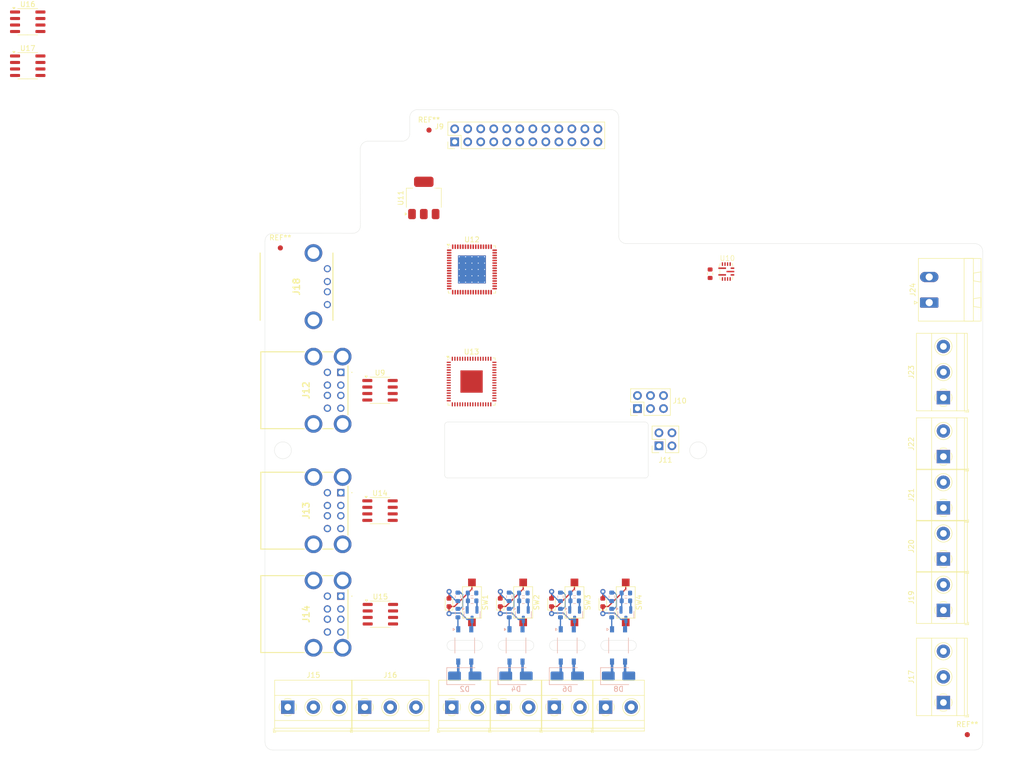
<source format=kicad_pcb>
(kicad_pcb (version 20240108) (generator "pcbnew") (generator_version "8.0")
  (layers (0 "F.Cu" signal) (1 "In1.Cu" signal) (2 "In2.Cu" signal) (31 "B.Cu" signal) (34 "B.Paste" user) (35 "F.Paste" user) (36 "B.SilkS" user "B.Silkscreen") (37 "F.SilkS" user "F.Silkscreen") (38 "B.Mask" user) (39 "F.Mask" user) (44 "Edge.Cuts" user))
  (net 0 "")
  (net 1 "/D1")
  (net 2 "/D5")
  (net 3 "/D4")
  (net 4 "/D21")
  (net 5 "Net-(D1-K)")
  (net 6 "/D22")
  (net 7 "/D20")
  (net 8 "Net-(D1-A)")
  (net 9 "/D11")
  (net 10 "/D7")
  (net 11 "/D6")
  (net 12 "/D23")
  (net 13 "/D8")
  (net 14 "/D10")
  (net 15 "/D2")
  (net 16 "/D9")
  (net 17 "/D3")
  (net 18 "/D13")
  (net 19 "/D18")
  (net 20 "/D19")
  (net 21 "/D12")
  (net 22 "/D0")
  (net 23 "Net-(D3-K)")
  (net 24 "Net-(D3-A)")
  (net 25 "Net-(D6-A1)")
  (net 26 "Net-(D6-A2)")
  (net 27 "Net-(D8-A1)")
  (net 28 "Net-(D8-A2)")
  (net 29 "Net-(D9-A)")
  (net 30 "GND")
  (net 31 "+5V")
  (net 32 "/SCK")
  (net 33 "/MISO")
  (net 34 "/MOSI")
  (net 35 "/RESET")
  (net 36 "Net-(Q1-B)")
  (net 37 "Net-(Q2-B)")
  (net 38 "Net-(Q3-B)")
  (net 39 "Net-(Q4-B)")
  (net 40 "Net-(R1-Pad1)")
  (net 41 "/OUT1")
  (net 42 "Net-(R5-Pad1)")
  (net 43 "/OUT2")
  (net 44 "/OUT3")
  (net 45 "/OUT4")
  (net 46 "Net-(D2-A2)")
  (net 47 "Net-(D2-A1)")
  (net 48 "Net-(D4-A1)")
  (net 49 "Net-(D4-A2)")
  (net 50 "Net-(D5-A)")
  (net 51 "Net-(D5-K)")
  (net 52 "Net-(D7-K)")
  (net 53 "Net-(D7-A)")
  (net 54 "Net-(R9-Pad1)")
  (net 55 "Net-(R13-Pad1)")
  (net 56 "/VBUS1")
  (net 57 "/D1-")
  (net 58 "/D2+")
  (net 59 "/D2-")
  (net 60 "/VBUS2")
  (net 61 "/D1+")
  (net 74 "Net-(U10-FB)")
  (net 75 "Net-(U10-SW)")
  (net 76 "Net-(U10-ILIM)")
  (net 290 "Net-(U10-EN)")
  (net 291 "Net-(U10-BST)")
  (net 292 "+24V")
  (net 293 "Net-(U10-VSEL2)")
  (net 294 "Net-(U10-PG)")
  (net 295 "Net-(U10-MODE)")
  (net 296 "Net-(U10-VSEL1)")
  (footprint "TerminalBlock_Phoenix:TerminalBlock_Phoenix_MKDS-1,5-2_1x02_P5.00mm_Horizontal" (layer "F.Cu") (at 96.45 136.64)
    (property "Reference" "J2" (hide yes))
    (property "Value" "Screw_Terminal_01x02")
  )
  (footprint "Package_SO:SOIC-8_3.9x4.9mm_P1.27mm" (layer "F.Cu") (at 72.44 74.78)
    (property "Reference" "U9")
    (property "Value" "MP2491C")
  )
  (footprint "Button_Switch_SMD:SW_SPST_CK_RS282G05A3" (layer "F.Cu") (at 100.37 116.189999 -90)
    (property "Reference" "SW2")
    (property "Value" "SW_SPST")
  )
  (footprint "Fiducial:Fiducial_1mm_Mask2mm" (layer "F.Cu") (at 187 142)
    (property "Reference" "REF**")
    (property "Value" "Fiducial_1mm_Mask2mm")
  )
  (footprint "LED_SMD:LED_0603_1608Metric" (layer "F.Cu") (at 105.9 116.2 90)
    (property "Reference" "D5" (hide yes))
    (property "Value" "LED")
  )
  (footprint "Button_Switch_SMD:SW_SPST_CK_RS282G05A3" (layer "F.Cu") (at 90.37 116.189999 -90)
    (property "Reference" "SW1")
    (property "Value" "SW_SPST")
  )
  (footprint "TerminalBlock_Phoenix:TerminalBlock_Phoenix_MKDS-1,5-3_1x03_P5.00mm_Horizontal" (layer "F.Cu") (at 54.45 136.64)
    (property "Reference" "J15")
    (property "Value" "Screw_Terminal_01x03")
  )
  (footprint "TerminalBlock_Phoenix:TerminalBlock_Phoenix_MKDS-1,5-2_1x02_P5.00mm_Horizontal" (layer "F.Cu") (at 182.34 117.73 90)
    (property "Reference" "J19")
    (property "Value" "Screw_Terminal_01x02")
  )
  (footprint "Button_Switch_SMD:SW_SPST_CK_RS282G05A3" (layer "F.Cu") (at 110.37 116.189999 -90)
    (property "Reference" "SW3")
    (property "Value" "SW_SPST")
  )
  (footprint "TerminalBlock_Phoenix:TerminalBlock_Phoenix_MKDS-1,5-2_1x02_P5.00mm_Horizontal" (layer "F.Cu") (at 116.45 136.64)
    (property "Reference" "J4" (hide yes))
    (property "Value" "Screw_Terminal_01x02")
  )
  (footprint "Package_SO:SOIC-8_3.9x4.9mm_P1.27mm" (layer "F.Cu") (at 72.51 118.49)
    (property "Reference" "U15")
    (property "Value" "MIC2026-1xM")
  )
  (footprint "SamacSys_Parts:USB1035GFP0BB" (layer "F.Cu") (at 64.8 114.97 -90)
    (property "Reference" "J14")
    (property "Value" "USB1035-GF-P-0-B-B" (hide yes))
  )
  (footprint "Package_SO:SOIC-8_3.9x4.9mm_P1.27mm" (layer "F.Cu") (at 3.725 2.855)
    (property "Reference" "U16")
    (property "Value" "M24C02-FMN")
  )
  (footprint "Resistor_SMD:R_0603_1608Metric" (layer "F.Cu") (at 136.83 52.035 90)
    (property "Reference" "R18" (hide yes))
    (property "Value" "4k7")
  )
  (footprint "Connector_PinHeader_2.54mm:PinHeader_2x12_P2.54mm_Vertical" (layer "F.Cu") (at 87.005 26.297 90)
    (property "Reference" "J9")
    (property "Value" "GPIO_header")
  )
  (footprint "LED_SMD:LED_0603_1608Metric" (layer "F.Cu") (at 95.9 116.2 90)
    (property "Reference" "D3" (hide yes))
    (property "Value" "LED")
  )
  (footprint "SamacSys_Parts:A-USBSA" (layer "F.Cu") (at 56.16 54.56 -90)
    (property "Reference" "J18")
    (property "Value" "A-USBSA" (hide yes))
  )
  (footprint "HK:QFN-13_HK" (layer "F.Cu") (at 139.99 51.61)
    (property "Reference" "U10")
    (property "Value" "MP2491C")
  )
  (footprint "SamacSys_Parts:USB1035GFP0BB" (layer "F.Cu") (at 64.8 94.78 -90)
    (property "Reference" "J13")
    (property "Value" "USB1035-GF-P-0-B-B" (hide yes))
  )
  (footprint "TerminalBlock_Phoenix:TerminalBlock_Phoenix_MKDS-1,5-2_1x02_P5.00mm_Horizontal" (layer "F.Cu") (at 182.34 97.73 90)
    (property "Reference" "J21")
    (property "Value" "Screw_Terminal_01x02")
  )
  (footprint "TerminalBlock_Phoenix:TerminalBlock_Phoenix_MKDS-1,5-3_1x03_P5.00mm_Horizontal" (layer "F.Cu") (at 69.45 136.64)
    (property "Reference" "J16")
    (property "Value" "Screw_Terminal_01x03")
  )
  (footprint "Package_DFN_QFN:QFN-64-1EP_9x9mm_P0.5mm_EP5.45x5.45mm_ThermalVias" (layer "F.Cu") (at 90.37 51.2025)
    (property "Reference" "U12")
    (property "Value" "USB2517I-JZX")
  )
  (footprint "Fiducial:Fiducial_1mm_Mask2mm" (layer "F.Cu") (at 53 47)
    (property "Reference" "REF**")
    (property "Value" "Fiducial_1mm_Mask2mm")
  )
  (footprint "Package_SO:SOIC-8_3.9x4.9mm_P1.27mm" (layer "F.Cu") (at 72.44 98.28)
    (property "Reference" "U14")
    (property "Value" "MIC2026-1xM")
  )
  (footprint "SamacSys_Parts:USB1035GFP0BB" (layer "F.Cu") (at 64.8 71.28 -90)
    (property "Reference" "J12")
    (property "Value" "USB1035-GF-P-0-B-B" (hide yes))
  )
  (footprint "TerminalBlock_Phoenix:TerminalBlock_Phoenix_MKDS-1,5-2_1x02_P5.00mm_Horizontal" (layer "F.Cu") (at 182.34 87.729999 90)
    (property "Reference" "J22")
    (property "Value" "Screw_Terminal_01x02")
  )
  (footprint "Connector_PinSocket_2.54mm:PinSocket_2x02_P2.54mm_Vertical" (layer "F.Cu") (at 126.849996 85.629995 180)
    (property "Reference" "J11")
    (property "Value" "Power_socket")
  )
  (footprint "TerminalBlock_Phoenix:TerminalBlock_Phoenix_MKDS-1,5-3_1x03_P5.00mm_Horizontal" (layer "F.Cu") (at 182.34 135.73 90)
    (property "Reference" "J17")
    (property "Value" "Wiegand")
  )
  (footprint "Connector_Phoenix_MSTB:PhoenixContact_MSTBA_2,5_2-G_1x02_P5.00mm_Horizontal" (layer "F.Cu") (at 179.5725 57.67 90)
    (property "Reference" "J24")
    (property "Value" "Conn_01x02")
  )
  (footprint "Button_Switch_SMD:SW_SPST_CK_RS282G05A3" (layer "F.Cu") (at 120.37 116.189999 -90)
    (property "Reference" "SW4")
    (property "Value" "SW_SPST")
  )
  (footprint "LED_SMD:LED_0603_1608Metric" (layer "F.Cu") (at 85.9 116.2 90)
    (property "Reference" "D1" (hide yes))
    (property "Value" "LED")
  )
  (footprint "TerminalBlock_Phoenix:TerminalBlock_Phoenix_MKDS-1,5-2_1x02_P5.00mm_Horizontal" (layer "F.Cu") (at 86.45 136.64)
    (property "Reference" "J1" (hide yes))
    (property "Value" "Screw_Terminal_01x02")
  )
  (footprint "TerminalBlock_Phoenix:TerminalBlock_Phoenix_MKDS-1,5-2_1x02_P5.00mm_Horizontal" (layer "F.Cu") (at 182.34 107.73 90)
    (property "Reference" "J20")
    (property "Value" "Screw_Terminal_01x02")
  )
  (footprint "LED_SMD:LED_0603_1608Metric" (layer "F.Cu") (at 115.9 116.2 90)
    (property "Reference" "D7" (hide yes))
    (property "Value" "LED")
  )
  (footprint "Package_DFN_QFN:QFN-64-1EP_9x9mm_P0.5mm_EP4.35x4.35mm" (layer "F.Cu") (at 90.3 73.08)
    (property "Reference" "U13")
    (property "Value" "FT2232HQ")
  )
  (footprint "Connector_PinHeader_2.54mm:PinHeader_2x03_P2.54mm_Vertical" (layer "F.Cu") (at 122.661 78.356 90)
    (property "Reference" "J10")
    (property "Value" "SPI_header")
  )
  (footprint "Package_TO_SOT_SMD:SOT-223-3_TabPin2" (layer "F.Cu") (at 80.98 37.24 90)
    (property "Reference" "U11")
    (property "Value" "AMS1117-3.3")
  )
  (footprint "Package_SO:SOIC-8_3.9x4.9mm_P1.27mm" (layer "F.Cu") (at 3.725 11.435)
    (property "Reference" "U17")
    (property "Value" "MIC2026-1xM")
  )
  (footprint "Fiducial:Fiducial_1mm_Mask2mm" (layer "F.Cu") (at 82 24)
    (property "Reference" "REF**")
    (property "Value" "Fiducial_1mm_Mask2mm")
  )
  (footprint "TerminalBlock_Phoenix:TerminalBlock_Phoenix_MKDS-1,5-3_1x03_P5.00mm_Horizontal" (layer "F.Cu") (at 182.34 76.23 90)
    (property "Reference" "J23")
    (property "Value" "GND")
  )
  (footprint "TerminalBlock_Phoenix:TerminalBlock_Phoenix_MKDS-1,5-2_1x02_P5.00mm_Horizontal" (layer "F.Cu") (at 106.45 136.64)
    (property "Reference" "J3" (hide yes))
    (property "Value" "Screw_Terminal_01x02")
  )
  (footprint "Resistor_SMD:R_0603_1608Metric" (layer "B.Cu") (at 100.395 114.355001 180)
    (property "Reference" "R7" (hide yes))
    (property "Value" "4k7")
  )
  (footprint "Package_SO:MFSOP6-4_4.4x3.6mm_P1.27mm" (layer "B.Cu") (at 88.97 124.59 -90)
    (property "Reference" "U1" (hide yes))
    (property "Value" "TLP175A")
  )
  (footprint "Resistor_SMD:R_0603_1608Metric" (layer "B.Cu") (at 90.409999 115.885)
    (property "Reference" "R4" (hide yes))
    (property "Value" "10k")
  )
  (footprint "Resistor_SMD:R_0603_1608Metric" (layer "B.Cu") (at 120.395 114.355001 180)
    (property "Reference" "R15" (hide yes))
    (property "Value" "4k7")
  )
  (footprint "Diode_SMD:D_SMA" (layer "B.Cu") (at 98.97 130.58)
    (property "Reference" "D4")
    (property "Value" "SMF48CA")
  )
  (footprint "Diode_SMD:D_SMA" (layer "B.Cu") (at 118.97 130.58)
    (property "Reference" "D8")
    (property "Value" "SMF48CA")
  )
  (footprint "Package_TO_SOT_SMD:SOT-23" (layer "B.Cu") (at 100.4 118.5875 -90)
    (property "Reference" "Q2" (hide yes))
    (property "Value" "BC817")
  )
  (footprint "Resistor_SMD:R_0603_1608Metric" (layer "B.Cu") (at 107.64 118.275001 90)
    (property "Reference" "R9" (hide yes))
    (property "Value" "1k")
  )
  (footprint "Package_TO_SOT_SMD:SOT-23" (layer "B.Cu") (at 110.4 118.5875 -90)
    (property "Reference" "Q3" (hide yes))
    (property "Value" "BC817")
  )
  (footprint "Package_TO_SOT_SMD:SOT-23" (layer "B.Cu") (at 120.4 118.5875 -90)
    (property "Reference" "Q4" (hide yes))
    (property "Value" "BC817")
  )
  (footprint "Resistor_SMD:R_0603_1608Metric" (layer "B.Cu") (at 100.409999 115.885)
    (property "Reference" "R8" (hide yes))
    (property "Value" "10k")
  )
  (footprint "Resistor_SMD:R_0603_1608Metric" (layer "B.Cu") (at 87.64 115.100001 90)
    (property "Reference" "R2" (hide yes))
    (property "Value" "4k7")
  )
  (footprint "Resistor_SMD:R_0603_1608Metric" (layer "B.Cu") (at 107.64 115.100001 90)
    (property "Reference" "R10" (hide yes))
    (property "Value" "4k7")
  )
  (footprint "Resistor_SMD:R_0603_1608Metric" (layer "B.Cu") (at 97.64 118.275001 90)
    (property "Reference" "R5" (hide yes))
    (property "Value" "1k")
  )
  (footprint "Diode_SMD:D_SMA" (layer "B.Cu") (at 108.97 130.58)
    (property "Reference" "D6")
    (property "Value" "SMF48CA")
  )
  (footprint "Package_SO:MFSOP6-4_4.4x3.6mm_P1.27mm" (layer "B.Cu") (at 118.97 124.59 -90)
    (property "Reference" "U4" (hide yes))
    (property "Value" "TLP175A")
  )
  (footprint "Resistor_SMD:R_0603_1608Metric" (layer "B.Cu") (at 97.64 115.100001 90)
    (property "Reference" "R6" (hide yes))
    (property "Value" "4k7")
  )
  (footprint "Resistor_SMD:R_0603_1608Metric" (layer "B.Cu") (at 110.409999 115.885)
    (property "Reference" "R12" (hide yes))
    (property "Value" "10k")
  )
  (footprint "Diode_SMD:D_SMA" (layer "B.Cu") (at 88.97 130.58)
    (property "Reference" "D2")
    (property "Value" "SMF48CA")
  )
  (footprint "Resistor_SMD:R_0603_1608Metric" (layer "B.Cu") (at 110.395 114.355001 180)
    (property "Reference" "R11" (hide yes))
    (property "Value" "4k7")
  )
  (footprint "Resistor_SMD:R_0603_1608Metric" (layer "B.Cu") (at 117.64 115.100001 90)
    (property "Reference" "R14" (hide yes))
    (property "Value" "4k7")
  )
  (footprint "Package_SO:MFSOP6-4_4.4x3.6mm_P1.27mm" (layer "B.Cu") (at 108.97 124.59 -90)
    (property "Reference" "U3" (hide yes))
    (property "Value" "TLP175A")
  )
  (footprint "Package_TO_SOT_SMD:SOT-23" (layer "B.Cu") (at 90.4 118.5875 -90)
    (property "Reference" "Q1" (hide yes))
    (property "Value" "BC817")
  )
  (footprint "Resistor_SMD:R_0603_1608Metric" (layer "B.Cu") (at 87.64 118.275001 90)
    (property "Reference" "R1" (hide yes))
    (property "Value" "1k")
  )
  (footprint "Resistor_SMD:R_0603_1608Metric" (layer "B.Cu") (at 120.409999 115.885)
    (property "Reference" "R16" (hide yes))
    (property "Value" "10k")
  )
  (footprint "Resistor_SMD:R_0603_1608Metric" (layer "B.Cu") (at 117.64 118.275001 90)
    (property "Reference" "R13" (hide yes))
    (property "Value" "1k")
  )
  (footprint "Resistor_SMD:R_0603_1608Metric" (layer "B.Cu") (at 90.395 114.355001 180)
    (property "Reference" "R3" (hide yes))
    (property "Value" "4k7")
  )
  (footprint "Package_SO:MFSOP6-4_4.4x3.6mm_P1.27mm" (layer "B.Cu") (at 98.97 124.59 -90)
    (property "Reference" "U2" (hide yes))
    (property "Value" "TLP175A")
  )
  (gr_line (start 79.752144 19.999999) (end 117.496641 19.999999) (stroke (width 0.05)) (layer "Edge.Cuts"))
  (gr_curve (pts (xy 50.43934 144.560584) (xy 50.158035 144.27928) (xy 50 143.897749) (xy 50 143.499924)) (stroke (width 0.05)) (layer "Edge.Cuts"))
  (gr_line (start 51.5 44.139483) (end 67.132197 44.146245) (stroke (width 0.05)) (layer "Edge.Cuts"))
  (gr_curve (pts (xy 116.475 125.565) (xy 116.216414 125.565) (xy 115.968419 125.462277) (xy 115.785571 125.279429)) (stroke (width 0.05)) (layer "Edge.Cuts"))
  (gr_curve (pts (xy 105.785571 123.900571) (xy 105.968419 123.717723) (xy 106.216414 123.615) (xy 106.475 123.615)) (stroke (width 0.05)) (layer "Edge.Cuts"))
  (gr_curve (pts (xy 105.785571 125.279429) (xy 105.602723 125.096581) (xy 105.5 124.848586) (xy 105.5 124.59)) (stroke (width 0.05)) (layer "Edge.Cuts"))
  (gr_curve (pts (xy 78.250665 21.499998) (xy 78.251482 20.671332) (xy 78.923478 19.999999) (xy 79.752144 19.999999)) (stroke (width 0.05)) (layer "Edge.Cuts"))
  (gr_line (start 188.50001 144.999844) (end 51.5 144.999924) (stroke (width 0.05)) (layer "Edge.Cuts"))
  (gr_curve (pts (xy 85.674995 91.917542) (xy 85.504604 91.917542) (xy 85.341191 91.849854) (xy 85.220706 91.72937)) (stroke (width 0.05)) (layer "Edge.Cuts"))
  (gr_line (start 101.475001 125.565) (end 96.475 125.565) (stroke (width 0.05)) (layer "Edge.Cuts"))
  (gr_curve (pts (xy 122.450001 124.59) (xy 122.450001 124.848586) (xy 122.347278 125.096581) (xy 122.16443 125.279429)) (stroke (width 0.05)) (layer "Edge.Cuts"))
  (gr_curve (pts (xy 86.475 125.565) (xy 86.216414 125.565) (xy 85.968419 125.462277) (xy 85.785571 125.279429)) (stroke (width 0.05)) (layer "Edge.Cuts"))
  (gr_curve (pts (xy 105.5 124.59) (xy 105.5 124.331414) (xy 105.602723 124.083419) (xy 105.785571 123.900571)) (stroke (width 0.05)) (layer "Edge.Cuts"))
  (gr_curve (pts (xy 124.579297 81.170714) (xy 124.699782 81.291199) (xy 124.767469 81.454612) (xy 124.767469 81.625003)) (stroke (width 0.05)) (layer "Edge.Cuts"))
  (gr_line (start 111.475001 125.565) (end 106.475 125.565) (stroke (width 0.05)) (layer "Edge.Cuts"))
  (gr_line (start 120.503383 46.163036) (end 188.50001 46.162957) (stroke (width 0.05)) (layer "Edge.Cuts"))
  (gr_curve (pts (xy 112.16443 125.279429) (xy 111.981582 125.462277) (xy 111.733587 125.565) (xy 111.475001 125.565)) (stroke (width 0.05)) (layer "Edge.Cuts"))
  (gr_line (start 86.475 123.615) (end 91.475001 123.615) (stroke (width 0.05)) (layer "Edge.Cuts"))
  (gr_curve (pts (xy 124.579297 91.72937) (xy 124.458812 91.849854) (xy 124.295399 91.917542) (xy 124.125008 91.917542)) (stroke (width 0.05)) (layer "Edge.Cuts"))
  (gr_line (start 106.475 123.615) (end 111.475001 123.615) (stroke (width 0.05)) (layer "Edge.Cuts"))
  (gr_line (start 91.475001 125.565) (end 86.475 125.565) (stroke (width 0.05)) (layer "Edge.Cuts"))
  (gr_line (start 50 143.499924) (end 50 45.638834) (stroke (width 0.05)) (layer "Edge.Cuts"))
  (gr_curve (pts (xy 50.439379 44.578403) (xy 50.720703 44.297202) (xy 51.102235 44.139311) (xy 51.5 44.139483)) (stroke (width 0.05)) (layer "Edge.Cuts"))
  (gr_curve (pts (xy 124.767469 91.27508) (xy 124.767469 91.445472) (xy 124.699782 91.608885) (xy 124.579297 91.72937)) (stroke (width 0.05)) (layer "Edge.Cuts"))
  (gr_curve (pts (xy 85.5 124.59) (xy 85.5 124.331414) (xy 85.602723 124.083419) (xy 85.785571 123.900571)) (stroke (width 0.05)) (layer "Edge.Cuts"))
  (gr_curve (pts (xy 85.220706 81.170714) (xy 85.341191 81.050229) (xy 85.504604 80.982541) (xy 85.674995 80.982541)) (stroke (width 0.05)) (layer "Edge.Cuts"))
  (gr_curve (pts (xy 132.850006 86.500003) (xy 132.850006 85.588803) (xy 133.588706 84.850003) (xy 134.500006 84.850003)) (stroke (width 0.05)) (layer "Edge.Cuts"))
  (gr_curve (pts (xy 102.450001 124.59) (xy 102.450001 124.848586) (xy 102.347278 125.096581) (xy 102.16443 125.279429)) (stroke (width 0.05)) (layer "Edge.Cuts"))
  (gr_line (start 78.247545 24.667828) (end 78.250665 21.499998) (stroke (width 0.05)) (layer "Edge.Cuts"))
  (gr_line (start 85.674995 80.982541) (end 124.125008 80.982541) (stroke (width 0.05)) (layer "Edge.Cuts"))
  (gr_curve (pts (xy 95.785571 125.279429) (xy 95.602723 125.096581) (xy 95.5 124.848586) (xy 95.5 124.59)) (stroke (width 0.05)) (layer "Edge.Cuts"))
  (gr_curve (pts (xy 188.50001 46.162957) (xy 188.897834 46.162957) (xy 189.279365 46.320991) (xy 189.56067 46.602296)) (stroke (width 0.05)) (layer "Edge.Cuts"))
  (gr_curve (pts (xy 51.85 86.500003) (xy 51.85 85.588803) (xy 52.5887 84.850003) (xy 53.5 84.850003)) (stroke (width 0.05)) (layer "Edge.Cuts"))
  (gr_curve (pts (xy 102.16443 125.279429) (xy 101.981582 125.462277) (xy 101.733587 125.565) (xy 101.475001 125.565)) (stroke (width 0.05)) (layer "Edge.Cuts"))
  (gr_curve (pts (xy 189.56067 46.602296) (xy 189.841975 46.8836) (xy 190.00001 47.265131) (xy 190.00001 47.662955)) (stroke (width 0.05)) (layer "Edge.Cuts"))
  (gr_curve (pts (xy 115.785571 125.279429) (xy 115.602723 125.096581) (xy 115.5 124.848586) (xy 115.5 124.59)) (stroke (width 0.05)) (layer "Edge.Cuts"))
  (gr_line (start 96.475 123.615) (end 101.475001 123.615) (stroke (width 0.05)) (layer "Edge.Cuts"))
  (gr_line (start 68.628574 42.646898) (end 68.592396 27.667823) (stroke (width 0.05)) (layer "Edge.Cuts"))
  (gr_curve (pts (xy 85.032534 81.625003) (xy 85.032534 81.454612) (xy 85.100221 81.291199) (xy 85.220706 81.170714)) (stroke (width 0.05)) (layer "Edge.Cuts"))
  (gr_line (start 124.767469 81.625003) (end 124.767469 91.27508) (stroke (width 0.05)) (layer "Edge.Cuts"))
  (gr_curve (pts (xy 119.002997 44.663038) (xy 119.00321 45.491527) (xy 119.674894 46.163037) (xy 120.503383 46.163036)) (stroke (width 0.05)) (layer "Edge.Cuts"))
  (gr_curve (pts (xy 51.5 144.999924) (xy 51.102175 144.999924) (xy 50.720644 144.841889) (xy 50.43934 144.560584)) (stroke (width 0.05)) (layer "Edge.Cuts"))
  (gr_curve (pts (xy 91.475001 123.615) (xy 91.733587 123.615) (xy 91.981582 123.717723) (xy 92.16443 123.900571)) (stroke (width 0.05)) (layer "Edge.Cuts"))
  (gr_curve (pts (xy 115.5 124.59) (xy 115.5 124.331414) (xy 115.602723 124.083419) (xy 115.785571 123.900571)) (stroke (width 0.05)) (layer "Edge.Cuts"))
  (gr_curve (pts (xy 112.450001 124.59) (xy 112.450001 124.848586) (xy 112.347278 125.096581) (xy 112.16443 125.279429)) (stroke (width 0.05)) (layer "Edge.Cuts"))
  (gr_line (start 124.125008 91.917542) (end 85.674995 91.917542) (stroke (width 0.05)) (layer "Edge.Cuts"))
  (gr_line (start 121.475001 125.565) (end 116.475 125.565) (stroke (width 0.05)) (layer "Edge.Cuts"))
  (gr_curve (pts (xy 85.785571 123.900571) (xy 85.968419 123.717723) (xy 86.216414 123.615) (xy 86.475 123.615)) (stroke (width 0.05)) (layer "Edge.Cuts"))
  (gr_curve (pts (xy 92.16443 125.279429) (xy 91.981582 125.462277) (xy 91.733587 125.565) (xy 91.475001 125.565)) (stroke (width 0.05)) (layer "Edge.Cuts"))
  (gr_curve (pts (xy 112.16443 123.900571) (xy 112.347278 124.083419) (xy 112.450001 124.331414) (xy 112.450001 124.59)) (stroke (width 0.05)) (layer "Edge.Cuts"))
  (gr_curve (pts (xy 121.475001 123.615) (xy 121.733587 123.615) (xy 121.981582 123.717723) (xy 122.16443 123.900571)) (stroke (width 0.05)) (layer "Edge.Cuts"))
  (gr_curve (pts (xy 76.746066 26.167827) (xy 77.574732 26.167828) (xy 78.246728 25.496494) (xy 78.247545 24.667828)) (stroke (width 0.05)) (layer "Edge.Cuts"))
  (gr_line (start 116.475 123.615) (end 121.475001 123.615) (stroke (width 0.05)) (layer "Edge.Cuts"))
  (gr_curve (pts (xy 67.132197 44.146245) (xy 67.529629 44.146417) (xy 67.910788 43.98841) (xy 68.191536 43.707105)) (stroke (width 0.05)) (layer "Edge.Cuts"))
  (gr_line (start 70.088773 26.167827) (end 76.746066 26.167827) (stroke (width 0.05)) (layer "Edge.Cuts"))
  (gr_curve (pts (xy 102.16443 123.900571) (xy 102.347278 124.083419) (xy 102.450001 124.331414) (xy 102.450001 124.59)) (stroke (width 0.05)) (layer "Edge.Cuts"))
  (gr_curve (pts (xy 55.15 86.500003) (xy 55.15 87.411303) (xy 54.4113 88.150003) (xy 53.5 88.150003)) (stroke (width 0.05)) (layer "Edge.Cuts"))
  (gr_curve (pts (xy 92.450001 124.59) (xy 92.450001 124.848586) (xy 92.347278 125.096581) (xy 92.16443 125.279429)) (stroke (width 0.05)) (layer "Edge.Cuts"))
  (gr_curve (pts (xy 85.785571 125.279429) (xy 85.602723 125.096581) (xy 85.5 124.848586) (xy 85.5 124.59)) (stroke (width 0.05)) (layer "Edge.Cuts"))
  (gr_curve (pts (xy 115.785571 123.900571) (xy 115.968419 123.717723) (xy 116.216414 123.615) (xy 116.475 123.615)) (stroke (width 0.05)) (layer "Edge.Cuts"))
  (gr_curve (pts (xy 134.500006 88.150003) (xy 133.588706 88.150003) (xy 132.850006 87.411303) (xy 132.850006 86.500003)) (stroke (width 0.05)) (layer "Edge.Cuts"))
  (gr_curve (pts (xy 117.496641 19.999999) (xy 118.32513 19.999999) (xy 118.996814 20.67151) (xy 118.997027 21.499999)) (stroke (width 0.05)) (layer "Edge.Cuts"))
  (gr_curve (pts (xy 136.150006 86.500003) (xy 136.150006 87.411303) (xy 135.411306 88.150003) (xy 134.500006 88.150003)) (stroke (width 0.05)) (layer "Edge.Cuts"))
  (gr_curve (pts (xy 68.592396 27.667823) (xy 68.591436 27.270333) (xy 68.748666 26.888794) (xy 69.029395 26.607386)) (stroke (width 0.05)) (layer "Edge.Cuts"))
  (gr_curve (pts (xy 50 45.638834) (xy 50 45.241069) (xy 50.158056 44.859605) (xy 50.439379 44.578403)) (stroke (width 0.05)) (layer "Edge.Cuts"))
  (gr_curve (pts (xy 122.16443 123.900571) (xy 122.347278 124.083419) (xy 122.450001 124.331414) (xy 122.450001 124.59)) (stroke (width 0.05)) (layer "Edge.Cuts"))
  (gr_curve (pts (xy 190.00001 143.499844) (xy 190.00001 144.328271) (xy 189.328437 144.999844) (xy 188.50001 144.999844)) (stroke (width 0.05)) (layer "Edge.Cuts"))
  (gr_curve (pts (xy 122.16443 125.279429) (xy 121.981582 125.462277) (xy 121.733587 125.565) (xy 121.475001 125.565)) (stroke (width 0.05)) (layer "Edge.Cuts"))
  (gr_curve (pts (xy 69.029395 26.607386) (xy 69.310124 26.325978) (xy 69.691282 26.167827) (xy 70.088773 26.167827)) (stroke (width 0.05)) (layer "Edge.Cuts"))
  (gr_curve (pts (xy 134.500006 84.850003) (xy 135.411306 84.850003) (xy 136.150006 85.588803) (xy 136.150006 86.500003)) (stroke (width 0.05)) (layer "Edge.Cuts"))
  (gr_curve (pts (xy 68.191536 43.707105) (xy 68.472284 43.4258) (xy 68.629534 43.044328) (xy 68.628574 42.646898)) (stroke (width 0.05)) (layer "Edge.Cuts"))
  (gr_line (start 190.00001 47.662955) (end 190.00001 143.499844) (stroke (width 0.05)) (layer "Edge.Cuts"))
  (gr_curve (pts (xy 124.125008 80.982541) (xy 124.295399 80.982541) (xy 124.458812 81.050229) (xy 124.579297 81.170714)) (stroke (width 0.05)) (layer "Edge.Cuts"))
  (gr_curve (pts (xy 85.220706 91.72937) (xy 85.100221 91.608885) (xy 85.032534 91.445472) (xy 85.032534 91.27508)) (stroke (width 0.05)) (layer "Edge.Cuts"))
  (gr_curve (pts (xy 95.785571 123.900571) (xy 95.968419 123.717723) (xy 96.216414 123.615) (xy 96.475 123.615)) (stroke (width 0.05)) (layer "Edge.Cuts"))
  (gr_curve (pts (xy 106.475 125.565) (xy 106.216414 125.565) (xy 105.968419 125.462277) (xy 105.785571 125.279429)) (stroke (width 0.05)) (layer "Edge.Cuts"))
  (gr_curve (pts (xy 53.5 88.150003) (xy 52.5887 88.150003) (xy 51.85 87.411303) (xy 51.85 86.500003)) (stroke (width 0.05)) (layer "Edge.Cuts"))
  (gr_curve (pts (xy 111.475001 123.615) (xy 111.733587 123.615) (xy 111.981582 123.717723) (xy 112.16443 123.900571)) (stroke (width 0.05)) (layer "Edge.Cuts"))
  (gr_curve (pts (xy 96.475 125.565) (xy 96.216414 125.565) (xy 95.968419 125.462277) (xy 95.785571 125.279429)) (stroke (width 0.05)) (layer "Edge.Cuts"))
  (gr_curve (pts (xy 95.5 124.59) (xy 95.5 124.331414) (xy 95.602723 124.083419) (xy 95.785571 123.900571)) (stroke (width 0.05)) (layer "Edge.Cuts"))
  (gr_line (start 118.997027 21.499999) (end 119.002997 44.663038) (stroke (width 0.05)) (layer "Edge.Cuts"))
  (gr_curve (pts (xy 101.475001 123.615) (xy 101.733587 123.615) (xy 101.981582 123.717723) (xy 102.16443 123.900571)) (stroke (width 0.05)) (layer "Edge.Cuts"))
  (gr_line (start 85.032534 91.27508) (end 85.032534 81.625003) (stroke (width 0.05)) (layer "Edge.Cuts"))
  (gr_curve (pts (xy 53.5 84.850003) (xy 54.4113 84.850003) (xy 55.15 85.588803) (xy 55.15 86.500003)) (stroke (width 0.05)) (layer "Edge.Cuts"))
  (gr_curve (pts (xy 92.16443 123.900571) (xy 92.347278 124.083419) (xy 92.450001 124.331414) (xy 92.450001 124.59)) (stroke (width 0.05)) (layer "Edge.Cuts"))
  (segment (start 86.962499 116.987501) (end 90.37 113.58) (width 0.25) (layer "F.Cu") (net 5))
  (segment (start 90.37 113.58) (end 90.37 112.29) (width 0.25) (layer "F.Cu") (net 5))
  (segment (start 85.91 118.38) (end 85.9 118.37) (width 0.25) (layer "F.Cu") (net 5))
  (segment (start 85.9 116.987501) (end 86.962499 116.987501) (width 0.25) (layer "F.Cu") (net 5))
  (segment (start 85.9 118.37) (end 85.9 116.987501) (width 0.3) (layer "F.Cu") (net 5))
  (via (at 85.91 118.38) (size 1) (drill 0.5) (layers "F.Cu" "B.Cu") (net 5))
  (segment (start 86.02 118.27) (end 88.2 118.27) (width 0.25) (layer "B.Cu") (net 5))
  (segment (start 85.91 118.38) (end 86.02 118.27) (width 0.25) (layer "B.Cu") (net 5))
  (segment (start 90.4 119.525001) (end 90.4 121.28) (width 0.25) (layer "B.Cu") (net 5))
  (segment (start 90.4 121.28) (end 90.24 121.44) (width 0.25) (layer "B.Cu") (net 5))
  (segment (start 88.2 118.27) (end 89.455001 119.525001) (width 0.25) (layer "B.Cu") (net 5))
  (segment (start 89.455001 119.525001) (end 90.4 119.525001) (width 0.25) (layer "B.Cu") (net 5))
  (segment (start 85.92 115.392499) (end 85.9 115.412499) (width 0.25) (layer "F.Cu") (net 8))
  (segment (start 85.92 114.07) (end 85.92 115.392499) (width 0.3) (layer "F.Cu") (net 8))
  (via (at 85.92 114.07) (size 1) (drill 0.5) (layers "F.Cu" "B.Cu") (net 8))
  (segment (start 87.295001 115.925001) (end 85.92 114.55) (width 0.25) (layer "B.Cu") (net 8))
  (segment (start 87.64 115.925001) (end 87.295001 115.925001) (width 0.25) (layer "B.Cu") (net 8))
  (segment (start 85.92 114.55) (end 85.92 114.07) (width 0.25) (layer "B.Cu") (net 8))
  (segment (start 95.9 116.987501) (end 96.962499 116.987501) (width 0.25) (layer "F.Cu") (net 23))
  (segment (start 95.91 118.38) (end 95.9 118.37) (width 0.25) (layer "F.Cu") (net 23))
  (segment (start 95.9 118.37) (end 95.9 116.987501) (width 0.3) (layer "F.Cu") (net 23))
  (segment (start 100.37 113.58) (end 100.37 112.29) (width 0.25) (layer "F.Cu") (net 23))
  (segment (start 96.962499 116.987501) (end 100.37 113.58) (width 0.25) (layer "F.Cu") (net 23))
  (via (at 95.91 118.38) (size 1) (drill 0.5) (layers "F.Cu" "B.Cu") (net 23))
  (segment (start 100.4 119.525001) (end 100.4 121.28) (width 0.25) (layer "B.Cu") (net 23))
  (segment (start 100.4 121.28) (end 100.24 121.44) (width 0.25) (layer "B.Cu") (net 23))
  (segment (start 95.91 118.38) (end 96.02 118.27) (width 0.25) (layer "B.Cu") (net 23))
  (segment (start 96.02 118.27) (end 98.2 118.27) (width 0.25) (layer "B.Cu") (net 23))
  (segment (start 99.455001 119.525001) (end 100.4 119.525001) (width 0.25) (layer "B.Cu") (net 23))
  (segment (start 98.2 118.27) (end 99.455001 119.525001) (width 0.25) (layer "B.Cu") (net 23))
  (segment (start 95.92 114.07) (end 95.92 115.392499) (width 0.3) (layer "F.Cu") (net 24))
  (segment (start 95.92 115.392499) (end 95.9 115.412499) (width 0.25) (layer "F.Cu") (net 24))
  (via (at 95.92 114.07) (size 1) (drill 0.5) (layers "F.Cu" "B.Cu") (net 24))
  (segment (start 97.64 115.925001) (end 97.295001 115.925001) (width 0.25) (layer "B.Cu") (net 24))
  (segment (start 95.92 114.55) (end 95.92 114.07) (width 0.25) (layer "B.Cu") (net 24))
  (segment (start 97.295001 115.925001) (end 95.92 114.55) (width 0.25) (layer "B.Cu") (net 24))
  (segment (start 107.759998 127.99) (end 107.57 127.99) (width 0.3) (layer "B.Cu") (net 25))
  (segment (start 107.7 129.849999) (end 106.969999 130.58) (width 0.5) (layer "B.Cu") (net 25))
  (segment (start 107.7 127.74) (end 107.7 129.849999) (width 0.5) (layer "B.Cu") (net 25))
  (segment (start 110.24 129.849999) (end 110.970001 130.58) (width 0.5) (layer "B.Cu") (net 26))
  (segment (start 110.24 127.74) (end 110.24 129.849999) (width 0.5) (layer "B.Cu") (net 26))
  (segment (start 117.7 129.849999) (end 116.969999 130.58) (width 0.5) (layer "B.Cu") (net 27))
  (segment (start 117.7 127.74) (end 117.7 129.849999) (width 0.5) (layer "B.Cu") (net 27))
  (segment (start 117.759998 127.99) (end 117.57 127.99) (width 0.3) (layer "B.Cu") (net 27))
  (segment (start 120.24 127.74) (end 120.24 129.849999) (width 0.5) (layer "B.Cu") (net 28))
  (segment (start 120.24 129.849999) (end 120.970001 130.58) (width 0.5) (layer "B.Cu") (net 28))
  (segment (start 101.35 116.000001) (end 101.35 117.65) (width 0.3) (layer "B.Cu") (net 30))
  (segment (start 91.234999 115.885) (end 91.35 116.000001) (width 0.3) (layer "B.Cu") (net 30))
  (segment (start 101.234999 115.885) (end 101.35 116.000001) (width 0.3) (layer "B.Cu") (net 30))
  (segment (start 111.35 116.000001) (end 111.35 117.65) (width 0.3) (layer "B.Cu") (net 30))
  (segment (start 91.35 116.000001) (end 91.35 117.65) (width 0.3) (layer "B.Cu") (net 30))
  (segment (start 121.234999 115.885) (end 121.35 116.000001) (width 0.3) (layer "B.Cu") (net 30))
  (segment (start 121.35 116.000001) (end 121.35 117.65) (width 0.3) (layer "B.Cu") (net 30))
  (segment (start 111.234999 115.885) (end 111.35 116.000001) (width 0.3) (layer "B.Cu") (net 30))
  (segment (start 88.16 114.275001) (end 88.55 114.665001) (width 0.25) (layer "B.Cu") (net 31))
  (segment (start 98.55 114.665001) (end 98.55 117.005001) (width 0.25) (layer "B.Cu") (net 31))
  (segment (start 98.16 114.275001) (end 98.55 114.665001) (width 0.25) (layer "B.Cu") (net 31))
  (segment (start 118.16 114.275001) (end 118.55 114.665001) (width 0.25) (layer "B.Cu") (net 31))
  (segment (start 88.55 117.005001) (end 88.105 117.450001) (width 0.25) (layer "B.Cu") (net 31))
  (segment (start 117.64 114.275001) (end 118.16 114.275001) (width 0.25) (layer "B.Cu") (net 31))
  (segment (start 108.55 117.005001) (end 108.105 117.450001) (width 0.25) (layer "B.Cu") (net 31))
  (segment (start 108.105 117.450001) (end 107.64 117.450001) (width 0.25) (layer "B.Cu") (net 31))
  (segment (start 118.55 117.005001) (end 118.105 117.450001) (width 0.25) (layer "B.Cu") (net 31))
  (segment (start 87.64 114.275001) (end 88.16 114.275001) (width 0.25) (layer "B.Cu") (net 31))
  (segment (start 98.55 117.005001) (end 98.105 117.450001) (width 0.25) (layer "B.Cu") (net 31))
  (segment (start 107.64 114.275001) (end 108.16 114.275001) (width 0.25) (layer "B.Cu") (net 31))
  (segment (start 97.64 114.275001) (end 98.16 114.275001) (width 0.25) (layer "B.Cu") (net 31))
  (segment (start 118.105 117.450001) (end 117.64 117.450001) (width 0.25) (layer "B.Cu") (net 31))
  (segment (start 88.55 114.665001) (end 88.55 117.005001) (width 0.25) (layer "B.Cu") (net 31))
  (segment (start 108.16 114.275001) (end 108.55 114.665001) (width 0.25) (layer "B.Cu") (net 31))
  (segment (start 108.55 114.665001) (end 108.55 117.005001) (width 0.25) (layer "B.Cu") (net 31))
  (segment (start 98.105 117.450001) (end 97.64 117.450001) (width 0.25) (layer "B.Cu") (net 31))
  (segment (start 88.105 117.450001) (end 87.64 117.450001) (width 0.25) (layer "B.Cu") (net 31))
  (segment (start 118.55 114.665001) (end 118.55 117.005001) (width 0.25) (layer "B.Cu") (net 31))
  (segment (start 89.57 115.870001) (end 89.584999 115.885) (width 0.25) (layer "B.Cu") (net 36))
  (segment (start 89.45 117.65) (end 89.584999 117.515001) (width 0.25) (layer "B.Cu") (net 36))
  (segment (start 89.57 114.355001) (end 89.57 115.870001) (width 0.25) (layer "B.Cu") (net 36))
  (segment (start 89.584999 117.515001) (end 89.584999 115.885) (width 0.25) (layer "B.Cu") (net 36))
  (segment (start 99.57 114.355001) (end 99.57 115.870001) (width 0.25) (layer "B.Cu") (net 37))
  (segment (start 99.57 115.870001) (end 99.584999 115.885) (width 0.25) (layer "B.Cu") (net 37))
  (segment (start 99.584999 117.515001) (end 99.584999 115.885) (width 0.25) (layer "B.Cu") (net 37))
  (segment (start 99.45 117.65) (end 99.584999 117.515001) (width 0.25) (layer "B.Cu") (net 37))
  (segment (start 109.57 115.870001) (end 109.584999 115.885) (width 0.25) (layer "B.Cu") (net 38))
  (segment (start 109.45 117.65) (end 109.584999 117.515001) (width 0.25) (layer "B.Cu") (net 38))
  (segment (start 109.57 114.355001) (end 109.57 115.870001) (width 0.25) (layer "B.Cu") (net 38))
  (segment (start 109.584999 117.515001) (end 109.584999 115.885) (width 0.25) (layer "B.Cu") (net 38))
  (segment (start 119.57 114.355001) (end 119.57 115.870001) (width 0.25) (layer "B.Cu") (net 39))
  (segment (start 119.584999 117.515001) (end 119.584999 115.885) (width 0.25) (layer "B.Cu") (net 39))
  (segment (start 119.45 117.65) (end 119.584999 117.515001) (width 0.25) (layer "B.Cu") (net 39))
  (segment (start 119.57 115.870001) (end 119.584999 115.885) (width 0.25) (layer "B.Cu") (net 39))
  (segment (start 87.64 119.100001) (end 87.64 121.38) (width 0.25) (layer "B.Cu") (net 40))
  (segment (start 87.64 121.38) (end 87.7 121.44) (width 0.25) (layer "B.Cu") (net 40))
  (segment (start 97.64 119.100001) (end 97.64 121.38) (width 0.25) (layer "B.Cu") (net 42))
  (segment (start 97.64 121.38) (end 97.7 121.44) (width 0.25) (layer "B.Cu") (net 42))
  (segment (start 91.32 136.51) (end 91.45 136.64) (width 0.5) (layer "F.Cu") (net 46))
  (segment (start 90.24 129.849999) (end 90.970001 130.58) (width 0.5) (layer "B.Cu") (net 46))
  (segment (start 90.24 127.74) (end 90.24 129.849999) (width 0.5) (layer "B.Cu") (net 46))
  (segment (start 87.759998 127.99) (end 87.57 127.99) (width 0.3) (layer "B.Cu") (net 47))
  (segment (start 87.7 129.849999) (end 86.969999 130.58) (width 0.5) (layer "B.Cu") (net 47))
  (segment (start 87.7 127.74) (end 87.7 129.849999) (width 0.5) (layer "B.Cu") (net 47))
  (segment (start 97.7 127.74) (end 97.7 129.849999) (width 0.5) (layer "B.Cu") (net 48))
  (segment (start 97.7 129.849999) (end 96.969999 130.58) (width 0.5) (layer "B.Cu") (net 48))
  (segment (start 97.759998 127.99) (end 97.57 127.99) (width 0.3) (layer "B.Cu") (net 48))
  (segment (start 100.24 129.849999) (end 100.970001 130.58) (width 0.5) (layer "B.Cu") (net 49))
  (segment (start 100.24 127.74) (end 100.24 129.849999) (width 0.5) (layer "B.Cu") (net 49))
  (segment (start 105.92 114.07) (end 105.92 115.392499) (width 0.3) (layer "F.Cu") (net 50))
  (segment (start 105.92 115.392499) (end 105.9 115.412499) (width 0.25) (layer "F.Cu") (net 50))
  (via (at 105.92 114.07) (size 1) (drill 0.5) (layers "F.Cu" "B.Cu") (net 50))
  (segment (start 107.64 115.925001) (end 107.295001 115.925001) (width 0.25) (layer "B.Cu") (net 50))
  (segment (start 107.295001 115.925001) (end 105.92 114.55) (width 0.25) (layer "B.Cu") (net 50))
  (segment (start 105.92 114.55) (end 105.92 114.07) (width 0.25) (layer "B.Cu") (net 50))
  (segment (start 105.9 116.987501) (end 106.962499 116.987501) (width 0.25) (layer "F.Cu") (net 51))
  (segment (start 105.9 118.37) (end 105.9 116.987501) (width 0.3) (layer "F.Cu") (net 51))
  (segment (start 105.91 118.38) (end 105.9 118.37) (width 0.25) (layer "F.Cu") (net 51))
  (segment (start 106.962499 116.987501) (end 110.37 113.58) (width 0.25) (layer "F.Cu") (net 51))
  (segment (start 110.37 113.58) (end 110.37 112.29) (width 0.25) (layer "F.Cu") (net 51))
  (via (at 105.91 118.38) (size 1) (drill 0.5) (layers "F.Cu" "B.Cu") (net 51))
  (segment (start 110.4 119.525001) (end 110.4 121.28) (width 0.25) (layer "B.Cu") (net 51))
  (segment (start 108.2 118.27) (end 109.455001 119.525001) (width 0.25) (layer "B.Cu") (net 51))
  (segment (start 106.02 118.27) (end 108.2 118.27) (width 0.25) (layer "B.Cu") (net 51))
  (segment (start 110.4 121.28) (end 110.24 121.44) (width 0.25) (layer "B.Cu") (net 51))
  (segment (start 105.91 118.38) (end 106.02 118.27) (width 0.25) (layer "B.Cu") (net 51))
  (segment (start 109.455001 119.525001) (end 110.4 119.525001) (width 0.25) (layer "B.Cu") (net 51))
  (segment (start 115.9 116.987501) (end 116.962499 116.987501) (width 0.25) (layer "F.Cu") (net 52))
  (segment (start 115.91 118.38) (end 115.9 118.37) (width 0.25) (layer "F.Cu") (net 52))
  (segment (start 115.9 118.37) (end 115.9 116.987501) (width 0.3) (layer "F.Cu") (net 52))
  (segment (start 116.962499 116.987501) (end 120.37 113.58) (width 0.25) (layer "F.Cu") (net 52))
  (segment (start 120.37 113.58) (end 120.37 112.29) (width 0.25) (layer "F.Cu") (net 52))
  (via (at 115.91 118.38) (size 1) (drill 0.5) (layers "F.Cu" "B.Cu") (net 52))
  (segment (start 120.4 121.28) (end 120.24 121.44) (width 0.25) (layer "B.Cu") (net 52))
  (segment (start 120.4 119.525001) (end 120.4 121.28) (width 0.25) (layer "B.Cu") (net 52))
  (segment (start 116.02 118.27) (end 118.2 118.27) (width 0.25) (layer "B.Cu") (net 52))
  (segment (start 115.91 118.38) (end 116.02 118.27) (width 0.25) (layer "B.Cu") (net 52))
  (segment (start 119.455001 119.525001) (end 120.4 119.525001) (width 0.25) (layer "B.Cu") (net 52))
  (segment (start 118.2 118.27) (end 119.455001 119.525001) (width 0.25) (layer "B.Cu") (net 52))
  (segment (start 115.92 115.392499) (end 115.9 115.412499) (width 0.25) (layer "F.Cu") (net 53))
  (segment (start 115.92 114.07) (end 115.92 115.392499) (width 0.3) (layer "F.Cu") (net 53))
  (via (at 115.92 114.07) (size 1) (drill 0.5) (layers "F.Cu" "B.Cu") (net 53))
  (segment (start 117.295001 115.925001) (end 115.92 114.55) (width 0.25) (layer "B.Cu") (net 53))
  (segment (start 115.92 114.55) (end 115.92 114.07) (width 0.25) (layer "B.Cu") (net 53))
  (segment (start 117.64 115.925001) (end 117.295001 115.925001) (width 0.25) (layer "B.Cu") (net 53))
  (segment (start 107.64 119.100001) (end 107.64 121.38) (width 0.25) (layer "B.Cu") (net 54))
  (segment (start 107.64 121.38) (end 107.7 121.44) (width 0.25) (layer "B.Cu") (net 54))
  (segment (start 117.64 119.100001) (end 117.64 121.38) (width 0.25) (layer "B.Cu") (net 55))
  (segment (start 117.64 121.38) (end 117.7 121.44) (width 0.25) (layer "B.Cu") (net 55))
)
</source>
